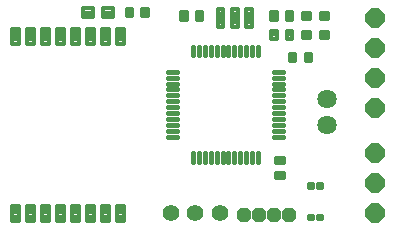
<source format=gts>
G04 EAGLE Gerber RS-274X export*
G75*
%MOMM*%
%FSLAX34Y34*%
%LPD*%
%INSoldermask Top*%
%IPPOS*%
%AMOC8*
5,1,8,0,0,1.08239X$1,22.5*%
G01*
%ADD10C,0.381000*%
%ADD11C,0.380419*%
%ADD12C,1.397000*%
%ADD13C,0.379119*%
%ADD14C,0.380069*%
%ADD15C,0.371909*%
%ADD16C,0.379988*%
%ADD17P,1.787026X8X22.500000*%
%ADD18P,1.347143X8X112.500000*%
%ADD19C,1.627000*%


D10*
X313250Y210655D02*
X313250Y203195D01*
X308250Y203195D02*
X308250Y210655D01*
X303250Y210655D02*
X303250Y203195D01*
X298250Y203195D02*
X298250Y210655D01*
X293250Y210655D02*
X293250Y203195D01*
X288250Y203195D02*
X288250Y210655D01*
X283250Y210655D02*
X283250Y203195D01*
X278250Y203195D02*
X278250Y210655D01*
X273250Y210655D02*
X273250Y203195D01*
X268250Y203195D02*
X268250Y210655D01*
X263250Y210655D02*
X263250Y203195D01*
X258250Y203195D02*
X258250Y210655D01*
X244480Y189425D02*
X237020Y189425D01*
X237020Y184425D02*
X244480Y184425D01*
X244480Y179425D02*
X237020Y179425D01*
X237020Y174425D02*
X244480Y174425D01*
X244480Y169425D02*
X237020Y169425D01*
X237020Y164425D02*
X244480Y164425D01*
X244480Y159425D02*
X237020Y159425D01*
X237020Y154425D02*
X244480Y154425D01*
X244480Y149425D02*
X237020Y149425D01*
X237020Y144425D02*
X244480Y144425D01*
X244480Y139425D02*
X237020Y139425D01*
X237020Y134425D02*
X244480Y134425D01*
X258250Y120655D02*
X258250Y113195D01*
X263250Y113195D02*
X263250Y120655D01*
X268250Y120655D02*
X268250Y113195D01*
X273250Y113195D02*
X273250Y120655D01*
X278250Y120655D02*
X278250Y113195D01*
X283250Y113195D02*
X283250Y120655D01*
X288250Y120655D02*
X288250Y113195D01*
X293250Y113195D02*
X293250Y120655D01*
X298250Y120655D02*
X298250Y113195D01*
X303250Y113195D02*
X303250Y120655D01*
X308250Y120655D02*
X308250Y113195D01*
X313250Y113195D02*
X313250Y120655D01*
X327020Y134425D02*
X334480Y134425D01*
X334480Y139425D02*
X327020Y139425D01*
X327020Y144425D02*
X334480Y144425D01*
X334480Y149425D02*
X327020Y149425D01*
X327020Y154425D02*
X334480Y154425D01*
X334480Y159425D02*
X327020Y159425D01*
X327020Y164425D02*
X334480Y164425D01*
X334480Y169425D02*
X327020Y169425D01*
X327020Y174425D02*
X334480Y174425D01*
X334480Y179425D02*
X327020Y179425D01*
X327020Y184425D02*
X334480Y184425D01*
X334480Y189425D02*
X327020Y189425D01*
D11*
X328555Y116683D02*
X328555Y112217D01*
X328555Y116683D02*
X335021Y116683D01*
X335021Y112217D01*
X328555Y112217D01*
X328555Y115831D02*
X335021Y115831D01*
X328555Y103683D02*
X328555Y99217D01*
X328555Y103683D02*
X335021Y103683D01*
X335021Y99217D01*
X328555Y99217D01*
X328555Y102831D02*
X335021Y102831D01*
X340517Y198380D02*
X344983Y198380D01*
X340517Y198380D02*
X340517Y204846D01*
X344983Y204846D01*
X344983Y198380D01*
X344983Y201994D02*
X340517Y201994D01*
X353517Y198380D02*
X357983Y198380D01*
X353517Y198380D02*
X353517Y204846D01*
X357983Y204846D01*
X357983Y198380D01*
X357983Y201994D02*
X353517Y201994D01*
X283921Y227717D02*
X279455Y227717D01*
X279455Y242183D01*
X283921Y242183D01*
X283921Y227717D01*
X283921Y231331D02*
X279455Y231331D01*
X279455Y234945D02*
X283921Y234945D01*
X283921Y238559D02*
X279455Y238559D01*
X279455Y242173D02*
X283921Y242173D01*
X291455Y227717D02*
X295921Y227717D01*
X291455Y227717D02*
X291455Y242183D01*
X295921Y242183D01*
X295921Y227717D01*
X295921Y231331D02*
X291455Y231331D01*
X291455Y234945D02*
X295921Y234945D01*
X295921Y238559D02*
X291455Y238559D01*
X291455Y242173D02*
X295921Y242173D01*
X303455Y227717D02*
X307921Y227717D01*
X303455Y227717D02*
X303455Y242183D01*
X307921Y242183D01*
X307921Y227717D01*
X307921Y231331D02*
X303455Y231331D01*
X303455Y234945D02*
X307921Y234945D01*
X307921Y238559D02*
X303455Y238559D01*
X303455Y242173D02*
X307921Y242173D01*
D12*
X280988Y69850D03*
X239713Y69850D03*
D13*
X359690Y67615D02*
X359690Y64635D01*
X356710Y64635D01*
X356710Y67615D01*
X359690Y67615D01*
X367190Y67615D02*
X367190Y64635D01*
X364210Y64635D01*
X364210Y67615D01*
X367190Y67615D01*
X367190Y91135D02*
X367190Y94115D01*
X367190Y91135D02*
X364210Y91135D01*
X364210Y94115D01*
X367190Y94115D01*
X359690Y94115D02*
X359690Y91135D01*
X356710Y91135D01*
X356710Y94115D01*
X359690Y94115D01*
D14*
X366715Y217928D02*
X366715Y223398D01*
X372185Y223398D01*
X372185Y217928D01*
X366715Y217928D01*
X366715Y221539D02*
X372185Y221539D01*
X351715Y223398D02*
X351715Y217928D01*
X351715Y223398D02*
X357185Y223398D01*
X357185Y217928D01*
X351715Y217928D01*
X351715Y221539D02*
X357185Y221539D01*
D11*
X329108Y217430D02*
X324642Y217430D01*
X324642Y223896D01*
X329108Y223896D01*
X329108Y217430D01*
X329108Y221044D02*
X324642Y221044D01*
X337642Y217430D02*
X342108Y217430D01*
X337642Y217430D02*
X337642Y223896D01*
X342108Y223896D01*
X342108Y217430D01*
X342108Y221044D02*
X337642Y221044D01*
D14*
X366715Y233803D02*
X366715Y239273D01*
X372185Y239273D01*
X372185Y233803D01*
X366715Y233803D01*
X366715Y237414D02*
X372185Y237414D01*
X351715Y239273D02*
X351715Y233803D01*
X351715Y239273D02*
X357185Y239273D01*
X357185Y233803D01*
X351715Y233803D01*
X351715Y237414D02*
X357185Y237414D01*
D11*
X329108Y233305D02*
X324642Y233305D01*
X324642Y239771D01*
X329108Y239771D01*
X329108Y233305D01*
X329108Y236919D02*
X324642Y236919D01*
X337642Y233305D02*
X342108Y233305D01*
X337642Y233305D02*
X337642Y239771D01*
X342108Y239771D01*
X342108Y233305D01*
X342108Y236919D02*
X337642Y236919D01*
X206871Y236480D02*
X202405Y236480D01*
X202405Y242946D01*
X206871Y242946D01*
X206871Y236480D01*
X206871Y240094D02*
X202405Y240094D01*
X215405Y236480D02*
X219871Y236480D01*
X215405Y236480D02*
X215405Y242946D01*
X219871Y242946D01*
X219871Y236480D01*
X219871Y240094D02*
X215405Y240094D01*
D15*
X190576Y243489D02*
X182024Y243489D01*
X190576Y243489D02*
X190576Y235937D01*
X182024Y235937D01*
X182024Y243489D01*
X182024Y239470D02*
X190576Y239470D01*
X190576Y243003D02*
X182024Y243003D01*
X173576Y243489D02*
X165024Y243489D01*
X173576Y243489D02*
X173576Y235937D01*
X165024Y235937D01*
X165024Y243489D01*
X165024Y239470D02*
X173576Y239470D01*
X173576Y243003D02*
X165024Y243003D01*
D16*
X193615Y225698D02*
X193615Y213228D01*
X193615Y225698D02*
X200085Y225698D01*
X200085Y213228D01*
X193615Y213228D01*
X193615Y216838D02*
X200085Y216838D01*
X200085Y220448D02*
X193615Y220448D01*
X193615Y224058D02*
X200085Y224058D01*
X200085Y75698D02*
X200085Y63228D01*
X193615Y63228D01*
X193615Y75698D01*
X200085Y75698D01*
X200085Y66838D02*
X193615Y66838D01*
X193615Y70448D02*
X200085Y70448D01*
X200085Y74058D02*
X193615Y74058D01*
X111185Y75698D02*
X111185Y63228D01*
X104715Y63228D01*
X104715Y75698D01*
X111185Y75698D01*
X111185Y66838D02*
X104715Y66838D01*
X104715Y70448D02*
X111185Y70448D01*
X111185Y74058D02*
X104715Y74058D01*
X123885Y75698D02*
X123885Y63228D01*
X117415Y63228D01*
X117415Y75698D01*
X123885Y75698D01*
X123885Y66838D02*
X117415Y66838D01*
X117415Y70448D02*
X123885Y70448D01*
X123885Y74058D02*
X117415Y74058D01*
X136585Y75698D02*
X136585Y63228D01*
X130115Y63228D01*
X130115Y75698D01*
X136585Y75698D01*
X136585Y66838D02*
X130115Y66838D01*
X130115Y70448D02*
X136585Y70448D01*
X136585Y74058D02*
X130115Y74058D01*
X149285Y75698D02*
X149285Y63228D01*
X142815Y63228D01*
X142815Y75698D01*
X149285Y75698D01*
X149285Y66838D02*
X142815Y66838D01*
X142815Y70448D02*
X149285Y70448D01*
X149285Y74058D02*
X142815Y74058D01*
X161985Y75698D02*
X161985Y63228D01*
X155515Y63228D01*
X155515Y75698D01*
X161985Y75698D01*
X161985Y66838D02*
X155515Y66838D01*
X155515Y70448D02*
X161985Y70448D01*
X161985Y74058D02*
X155515Y74058D01*
X174685Y75698D02*
X174685Y63228D01*
X168215Y63228D01*
X168215Y75698D01*
X174685Y75698D01*
X174685Y66838D02*
X168215Y66838D01*
X168215Y70448D02*
X174685Y70448D01*
X174685Y74058D02*
X168215Y74058D01*
X187385Y75698D02*
X187385Y63228D01*
X180915Y63228D01*
X180915Y75698D01*
X187385Y75698D01*
X187385Y66838D02*
X180915Y66838D01*
X180915Y70448D02*
X187385Y70448D01*
X187385Y74058D02*
X180915Y74058D01*
X180915Y213228D02*
X180915Y225698D01*
X187385Y225698D01*
X187385Y213228D01*
X180915Y213228D01*
X180915Y216838D02*
X187385Y216838D01*
X187385Y220448D02*
X180915Y220448D01*
X180915Y224058D02*
X187385Y224058D01*
X168215Y225698D02*
X168215Y213228D01*
X168215Y225698D02*
X174685Y225698D01*
X174685Y213228D01*
X168215Y213228D01*
X168215Y216838D02*
X174685Y216838D01*
X174685Y220448D02*
X168215Y220448D01*
X168215Y224058D02*
X174685Y224058D01*
X155515Y225698D02*
X155515Y213228D01*
X155515Y225698D02*
X161985Y225698D01*
X161985Y213228D01*
X155515Y213228D01*
X155515Y216838D02*
X161985Y216838D01*
X161985Y220448D02*
X155515Y220448D01*
X155515Y224058D02*
X161985Y224058D01*
X142815Y225698D02*
X142815Y213228D01*
X142815Y225698D02*
X149285Y225698D01*
X149285Y213228D01*
X142815Y213228D01*
X142815Y216838D02*
X149285Y216838D01*
X149285Y220448D02*
X142815Y220448D01*
X142815Y224058D02*
X149285Y224058D01*
X130115Y225698D02*
X130115Y213228D01*
X130115Y225698D02*
X136585Y225698D01*
X136585Y213228D01*
X130115Y213228D01*
X130115Y216838D02*
X136585Y216838D01*
X136585Y220448D02*
X130115Y220448D01*
X130115Y224058D02*
X136585Y224058D01*
X117415Y225698D02*
X117415Y213228D01*
X117415Y225698D02*
X123885Y225698D01*
X123885Y213228D01*
X117415Y213228D01*
X117415Y216838D02*
X123885Y216838D01*
X123885Y220448D02*
X117415Y220448D01*
X117415Y224058D02*
X123885Y224058D01*
X104715Y225698D02*
X104715Y213228D01*
X104715Y225698D02*
X111185Y225698D01*
X111185Y213228D01*
X104715Y213228D01*
X104715Y216838D02*
X111185Y216838D01*
X111185Y220448D02*
X104715Y220448D01*
X104715Y224058D02*
X111185Y224058D01*
D12*
X260350Y69850D03*
D17*
X412750Y209550D03*
X412750Y234950D03*
X412750Y184150D03*
X412750Y158750D03*
X412750Y95250D03*
X412750Y120650D03*
X412750Y69850D03*
D18*
X327025Y68263D03*
X314325Y68263D03*
X301625Y68263D03*
X339725Y68263D03*
D11*
X265908Y239771D02*
X261442Y239771D01*
X265908Y239771D02*
X265908Y233305D01*
X261442Y233305D01*
X261442Y239771D01*
X261442Y236919D02*
X265908Y236919D01*
X252908Y239771D02*
X248442Y239771D01*
X252908Y239771D02*
X252908Y233305D01*
X248442Y233305D01*
X248442Y239771D01*
X248442Y236919D02*
X252908Y236919D01*
D19*
X371475Y166688D03*
X371475Y144463D03*
M02*

</source>
